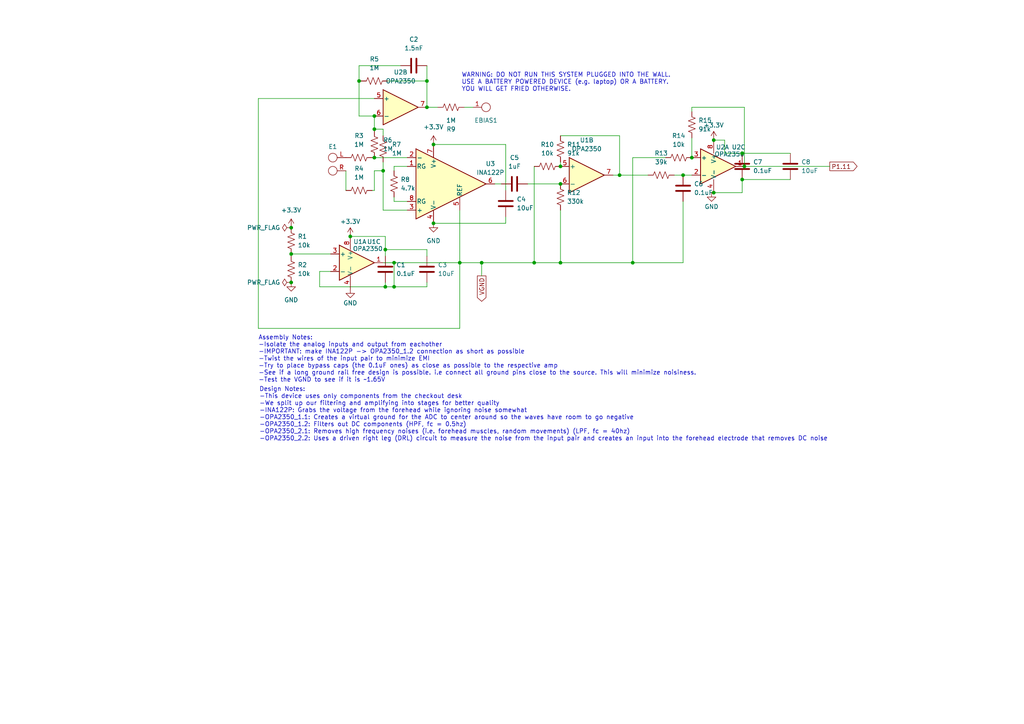
<source format=kicad_sch>
(kicad_sch (version 20250114) (generator "eeschema") (generator_version "9.0")
  (paper "A4")
  (lib_symbols
    (symbol "Device:R_US" (pin_numbers (hide yes)) (pin_names (offset 0))
      (property "Reference" "R" (at 2.54 0 90))
      (property "Value" "R_US" (at -2.54 0 90))
      (symbol "R_US_0_1"
        (polyline (pts (xy 0 2.286) (xy 0 2.54)))
        (polyline (pts (xy 0 2.286) (xy 1.016 1.905) (xy 0 1.524) (xy -1.016 1.143) (xy 0 0.762)))
        (polyline (pts (xy 0 0.762) (xy 1.016 0.381) (xy 0 0) (xy -1.016 -0.381) (xy 0 -0.762)))
        (polyline (pts (xy 0 -0.762) (xy 1.016 -1.143) (xy 0 -1.524) (xy -1.016 -1.905) (xy 0 -2.286)))
        (polyline (pts (xy 0 -2.286) (xy 0 -2.54)))
      )
      (symbol "R_US_1_1"
        (pin passive line (at 0 3.81 270) (length 1.27) (name "~") (number "1"))
        (pin passive line (at 0 -3.81 90) (length 1.27) (name "~") (number "2"))
      )
    )
    (symbol "ECE445L:C" (pin_numbers (hide yes)) (pin_names (offset 0.254))
      (property "Reference" "C" (at 0.635 2.54 0))
      (property "Value" "C" (at 0.635 -2.54 0))
      (symbol "C_0_1"
        (polyline (pts (xy -2.032 0.762) (xy 2.032 0.762)) (stroke (width 0.508)))
        (polyline (pts (xy -2.032 -0.762) (xy 2.032 -0.762)) (stroke (width 0.508)))
      )
      (symbol "C_1_1"
        (pin passive line (at 0 3.81 270) (length 2.794) (name "~") (number "1"))
        (pin passive line (at 0 -3.81 90) (length 2.794) (name "~") (number "2"))
      )
    )
    (symbol "ECE445L:OPA2350" (pin_names (offset 0.127))
      (property "Reference" "U" (at 0 5.08 0))
      (property "Value" "OPA2350" (at -1.27 -5.08 0))
      (symbol "OPA2350_1_1"
        (polyline (pts (xy -5.08 5.08) (xy 5.08 0) (xy -5.08 -5.08) (xy -5.08 5.08)) (stroke (width 0.254)) (fill (type background)))
        (pin input line (at -7.62 2.54 0) (length 2.54) (name "+") (number "3"))
        (pin input line (at -7.62 -2.54 0) (length 2.54) (name "-") (number "2"))
        (pin output line (at 7.62 0 180) (length 2.54) (name "~") (number "1"))
      )
      (symbol "OPA2350_2_1"
        (polyline (pts (xy -5.08 5.08) (xy 5.08 0) (xy -5.08 -5.08) (xy -5.08 5.08)) (stroke (width 0.254)) (fill (type background)))
        (pin input line (at -7.62 2.54 0) (length 2.54) (name "+") (number "5"))
        (pin input line (at -7.62 -2.54 0) (length 2.54) (name "-") (number "6"))
        (pin output line (at 7.62 0 180) (length 2.54) (name "~") (number "7"))
      )
      (symbol "OPA2350_3_1"
        (pin power_in line (at -2.54 7.62 270) (length 3.81) (name "V+") (number "8"))
        (pin power_in line (at -2.54 -7.62 90) (length 3.81) (name "V-") (number "4"))
      )
    )
    (symbol "PCM_Amplifier_Instrumentation_AKL:INA122P" (pin_names (offset 0.2))
      (property "Reference" "U" (at 6.35 7.62 0))
      (property "Value" "INA122P" (at 6.35 5.08 0))
      (symbol "INA122P_0_1"
        (polyline (pts (xy -8.89 10.16) (xy -8.89 -10.16) (xy 11.43 0) (xy -8.89 10.16)) (stroke (width 0.254)) (fill (type background)))
      )
      (symbol "INA122P_1_1"
        (pin input line (at -11.43 7.62 0) (length 2.54) (name "-") (number "2"))
        (pin passive line (at -11.43 5.08 0) (length 2.54) (name "RG") (number "1"))
        (pin passive line (at -11.43 -5.08 0) (length 2.54) (name "RG") (number "8"))
        (pin input line (at -11.43 -7.62 0) (length 2.54) (name "+") (number "3"))
        (pin power_in line (at -3.81 11.43 270) (length 3.81) (name "V+") (number "7"))
        (pin power_in line (at -3.81 -11.43 90) (length 3.81) (name "V-") (number "4"))
        (pin input line (at 3.81 -7.62 90) (length 3.81) (name "REF") (number "5"))
        (pin output line (at 13.97 0 180) (length 2.54) (name "~") (number "6"))
      )
    )
    (symbol "power:+3.3V" (power) (pin_numbers (hide yes)) (pin_names (offset 0) (hide yes))
      (property "Value" "+3.3V" (at 0 3.556 0))
      (symbol "+3.3V_0_1"
        (polyline (pts (xy -0.762 1.27) (xy 0 2.54)))
        (polyline (pts (xy 0 2.54) (xy 0.762 1.27)))
        (polyline (pts (xy 0 0) (xy 0 2.54)))
      )
      (symbol "+3.3V_1_1"
        (pin power_in line (at 0 0 90) (length 0) (name "~") (number "1"))
      )
    )
    (symbol "power:GND" (power) (pin_numbers (hide yes)) (pin_names (offset 0) (hide yes))
      (property "Value" "GND" (at 0 -3.81 0))
      (symbol "GND_0_1"
        (polyline (pts (xy 0 0) (xy 0 -1.27) (xy 1.27 -1.27) (xy 0 -2.54) (xy -1.27 -1.27) (xy 0 -1.27)))
      )
      (symbol "GND_1_1"
        (pin power_in line (at 0 0 270) (length 0) (name "~") (number "1"))
      )
    )
    (symbol "power:PWR_FLAG" (power) (pin_numbers (hide yes)) (pin_names (offset 0) (hide yes))
      (property "Value" "PWR_FLAG" (at 0 3.81 0))
      (symbol "PWR_FLAG_0_0"
        (pin power_out line (at 0 0 90) (length 0) (name "~") (number "1"))
      )
      (symbol "PWR_FLAG_0_1"
        (polyline (pts (xy 0 0) (xy 0 1.27) (xy -1.016 1.905) (xy 0 2.54) (xy 1.016 1.905) (xy 0 1.27)))
      )
    )
    (symbol "wearable:EEG_Electrode"
      (property "Reference" "E" (at 0 -2.54 0))
      (symbol "EEG_Electrode_0_1"
        (circle (center 0 0) (radius 1.27))
      )
      (symbol "EEG_Electrode_1_1"
        (pin output line (at 3.81 0 180) (length 2.54) (name "") (number "1"))
      )
    )
    (symbol "wearable:EEG_Electrode_Pair"
      (property "Reference" "E1" (at 0 6.985 0))
      (symbol "EEG_Electrode_Pair_0_1"
        (circle (center 0 3.81) (radius 1.27))
        (circle (center 0 0) (radius 1.27))
      )
      (symbol "EEG_Electrode_Pair_1_1"
        (pin output line (at 3.81 3.81 180) (length 2.54) (name "") (number "L"))
        (pin output line (at 3.81 0 180) (length 2.54) (name "") (number "R"))
      )
    )
  )
  (text "WARNING: DO NOT RUN THIS SYSTEM PLUGGED INTO THE WALL. \nUSE A BATTERY POWERED DEVICE (e.g. laptop) OR A BATTERY. \nYOU WILL GET FRIED OTHERWISE." (at 133.858 23.876 0) (effects (font (size 1.27 1.27)) (justify left)))
  (text "Assembly Notes:\n-Isolate the analog inputs and output from eachother\n-IMPORTANT: make INA122P -> OPA2350_1.2 connection as short as possible\n-Twist the wires of the input pair to minimize EMI\n-Try to place bypass caps (the 0.1uF ones) as close as possible to the respective amp\n-See if a long ground rail free design is possible. i.e connect all ground pins close to the source. This will minimize noisiness.\n-Test the VGND to see if it is ~1.65V" (at 74.93 104.14 0) (effects (font (size 1.27 1.27)) (justify left)))
  (text "Design Notes:\n-This device uses only components from the checkout desk\n-We split up our filtering and amplifying into stages for better quality\n-INA122P: Grabs the voltage from the forehead while ignoring noise somewhat\n-OPA2350_1.1: Creates a virtual ground for the ADC to center around so the waves have room to go negative\n-OPA2350_1.2: Filters out DC components (HPF, fc = 0.5hz)\n-OPA2350_2.1: Removes high frequency noises (i.e. forehead muscles, random movements) (LPF, fc = 40hz)\n-OPA2350_2.2: Uses a driven right leg (DRL) circuit to measure the noise from the input pair and creates an input into the forehead electrode that removes DC noise" (at 75.184 120.142 0) (effects (font (size 1.27 1.27)) (justify left)))
  (junction (at 101.6 68.58))
  (junction (at 123.825 23.495))
  (junction (at 139.7 76.2))
  (junction (at 125.73 41.91))
  (junction (at 179.705 50.8))
  (junction (at 111.76 72.39))
  (junction (at 104.14 23.495))
  (junction (at 207.01 55.88))
  (junction (at 162.56 48.26))
  (junction (at 84.455 73.66))
  (junction (at 111.76 83.185))
  (junction (at 183.515 76.2))
  (junction (at 114.3 76.2))
  (junction (at 108.585 33.655))
  (junction (at 215.265 44.45))
  (junction (at 114.3 83.185))
  (junction (at 198.12 50.8))
  (junction (at 123.825 31.115))
  (junction (at 162.56 53.34))
  (junction (at 154.94 76.2))
  (junction (at 207.01 40.64))
  (junction (at 111.125 49.53))
  (junction (at 125.73 64.77))
  (junction (at 215.9 48.26))
  (junction (at 200.66 45.72))
  (junction (at 215.265 52.07))
  (junction (at 162.56 76.2))
  (junction (at 108.585 37.465))
  (junction (at 108.585 45.72))
  (junction (at 133.35 76.2))
  (junction (at 84.455 66.04))
  (junction (at 84.455 81.915))
  (wire (pts (xy 104.14 33.655) (xy 108.585 33.655)))
  (wire (pts (xy 111.76 81.915) (xy 111.76 83.185)))
  (wire (pts (xy 111.125 37.465) (xy 108.585 37.465)))
  (wire (pts (xy 123.825 31.115) (xy 127 31.115)))
  (wire (pts (xy 104.14 23.495) (xy 104.14 33.655)))
  (wire (pts (xy 198.12 58.42) (xy 198.12 76.2)))
  (wire (pts (xy 100.33 55.245) (xy 100.33 49.53)))
  (wire (pts (xy 92.71 83.185) (xy 111.76 83.185)))
  (wire (pts (xy 104.14 19.05) (xy 104.14 23.495)))
  (wire (pts (xy 146.685 41.91) (xy 146.685 55.245)))
  (wire (pts (xy 114.3 57.15) (xy 114.3 58.42)))
  (wire (pts (xy 123.825 74.295) (xy 123.825 72.39)))
  (wire (pts (xy 198.12 50.8) (xy 195.58 50.8)))
  (wire (pts (xy 114.3 83.185) (xy 114.3 76.2)))
  (wire (pts (xy 146.685 64.77) (xy 125.73 64.77)))
  (wire (pts (xy 215.265 55.88) (xy 215.265 52.07)))
  (wire (pts (xy 210.185 40.64) (xy 210.185 44.45)))
  (wire (pts (xy 215.265 44.45) (xy 229.235 44.45)))
  (wire (pts (xy 139.7 76.2) (xy 154.94 76.2)))
  (wire (pts (xy 92.71 78.74) (xy 92.71 83.185)))
  (wire (pts (xy 95.885 78.74) (xy 92.71 78.74)))
  (wire (pts (xy 200.66 31.115) (xy 215.9 31.115)))
  (wire (pts (xy 114.3 76.2) (xy 133.35 76.2)))
  (wire (pts (xy 108.585 33.655) (xy 108.585 37.465)))
  (wire (pts (xy 111.125 46.99) (xy 111.125 49.53)))
  (wire (pts (xy 111.125 49.53) (xy 111.125 60.96)))
  (wire (pts (xy 207.01 40.64) (xy 210.185 40.64)))
  (wire (pts (xy 162.56 46.99) (xy 162.56 48.26)))
  (wire (pts (xy 215.265 52.07) (xy 229.235 52.07)))
  (wire (pts (xy 101.6 68.58) (xy 111.76 68.58)))
  (wire (pts (xy 116.205 19.05) (xy 104.14 19.05)))
  (wire (pts (xy 139.7 80.01) (xy 139.7 76.2)))
  (wire (pts (xy 133.35 95.25) (xy 133.35 76.2)))
  (wire (pts (xy 108.585 28.575) (xy 74.93 28.575)))
  (wire (pts (xy 123.825 83.185) (xy 123.825 81.915)))
  (wire (pts (xy 200.66 50.8) (xy 198.12 50.8)))
  (wire (pts (xy 146.685 62.865) (xy 146.685 64.77)))
  (wire (pts (xy 114.3 58.42) (xy 118.11 58.42)))
  (wire (pts (xy 215.9 48.26) (xy 240.665 48.26)))
  (wire (pts (xy 111.125 76.2) (xy 114.3 76.2)))
  (wire (pts (xy 179.705 39.37) (xy 179.705 50.8)))
  (wire (pts (xy 183.515 45.72) (xy 183.515 76.2)))
  (wire (pts (xy 108.585 45.72) (xy 118.11 45.72)))
  (wire (pts (xy 107.95 45.72) (xy 108.585 45.72)))
  (wire (pts (xy 133.35 76.2) (xy 133.35 60.96)))
  (wire (pts (xy 108.585 55.245) (xy 108.585 49.53)))
  (wire (pts (xy 107.95 55.245) (xy 108.585 55.245)))
  (wire (pts (xy 215.9 31.115) (xy 215.9 48.26)))
  (wire (pts (xy 200.66 40.005) (xy 200.66 45.72)))
  (wire (pts (xy 123.825 19.05) (xy 123.825 23.495)))
  (wire (pts (xy 111.76 72.39) (xy 111.76 74.295)))
  (wire (pts (xy 84.455 73.66) (xy 84.455 74.295)))
  (wire (pts (xy 207.01 55.88) (xy 215.265 55.88)))
  (wire (pts (xy 210.185 44.45) (xy 215.265 44.45)))
  (wire (pts (xy 104.775 23.495) (xy 104.14 23.495)))
  (wire (pts (xy 114.3 48.26) (xy 118.11 48.26)))
  (wire (pts (xy 162.56 39.37) (xy 179.705 39.37)))
  (wire (pts (xy 84.455 73.66) (xy 95.885 73.66)))
  (wire (pts (xy 206.375 55.88) (xy 207.01 55.88)))
  (wire (pts (xy 123.825 23.495) (xy 123.825 31.115)))
  (wire (pts (xy 114.3 83.185) (xy 123.825 83.185)))
  (wire (pts (xy 162.56 76.2) (xy 162.56 60.96)))
  (wire (pts (xy 111.76 68.58) (xy 111.76 72.39)))
  (wire (pts (xy 108.585 37.465) (xy 108.585 38.1)))
  (wire (pts (xy 74.93 28.575) (xy 74.93 95.25)))
  (wire (pts (xy 111.76 83.185) (xy 114.3 83.185)))
  (wire (pts (xy 114.3 49.53) (xy 114.3 48.26)))
  (wire (pts (xy 183.515 76.2) (xy 162.56 76.2)))
  (wire (pts (xy 154.94 48.26) (xy 154.94 76.2)))
  (wire (pts (xy 146.685 41.91) (xy 125.73 41.91)))
  (wire (pts (xy 153.035 53.34) (xy 162.56 53.34)))
  (wire (pts (xy 193.04 45.72) (xy 183.515 45.72)))
  (wire (pts (xy 108.585 49.53) (xy 111.125 49.53)))
  (wire (pts (xy 179.705 50.8) (xy 177.8 50.8)))
  (wire (pts (xy 200.66 31.115) (xy 200.66 32.385)))
  (wire (pts (xy 133.35 76.2) (xy 139.7 76.2)))
  (wire (pts (xy 111.125 39.37) (xy 111.125 37.465)))
  (wire (pts (xy 74.93 95.25) (xy 133.35 95.25)))
  (wire (pts (xy 198.12 76.2) (xy 183.515 76.2)))
  (wire (pts (xy 111.76 72.39) (xy 123.825 72.39)))
  (wire (pts (xy 134.62 31.115) (xy 137.16 31.115)))
  (wire (pts (xy 187.96 50.8) (xy 179.705 50.8)))
  (wire (pts (xy 111.125 60.96) (xy 118.11 60.96)))
  (wire (pts (xy 143.51 53.34) (xy 145.415 53.34)))
  (wire (pts (xy 112.395 23.495) (xy 123.825 23.495)))
  (wire (pts (xy 154.94 76.2) (xy 162.56 76.2)))
  (global_label "P1.11" (shape output) (at 240.665 48.26 0) (property "Intersheetrefs" "${INTERSHEET_REFS}" (effects (hide yes))))
  (global_label "VGND" (shape output) (at 139.7 80.01 270) (property "Intersheetrefs" "${INTERSHEET_REFS}" (effects (hide yes))))
  (symbol (lib_id "power:GND") (at 84.455 81.915 0) (unit 1)
    (property "Reference" "#PWR02" (effects (hide yes)))
    (property "Value" "GND" (at 84.455 86.995 0))
    (property "Description" "Power symbol creates a global label with name \"GND\" , ground" (effects (hide yes)))
  )
  (symbol (lib_id "ECE445L:C") (at 215.265 48.26 0) (unit 1)
    (property "Reference" "C7" (at 218.44 46.9899 0) (effects (justify left)))
    (property "Value" "0.1uF" (at 218.44 49.5299 0) (effects (justify left)))
    (property "Footprint" "ECE445L:C_Axial_200mil" (effects (hide yes)))
    (property "Description" "Unpolarized capacitor" (effects (hide yes)))
  )
  (symbol (lib_id "Device:R_US") (at 108.585 41.91 180) (unit 1)
    (property "Reference" "R6" (at 111.125 40.6399 0) (effects (justify right)))
    (property "Value" "1M" (at 111.125 43.1799 0) (effects (justify right)))
    (property "Description" "Resistor, US symbol" (effects (hide yes)))
  )
  (symbol (lib_id "Device:R_US") (at 84.455 69.85 0) (unit 1)
    (property "Reference" "R1" (at 86.36 68.5799 0) (effects (justify left)))
    (property "Value" "10k" (at 86.36 71.1199 0) (effects (justify left)))
    (property "Description" "Resistor, US symbol" (effects (hide yes)))
  )
  (symbol (lib_id "ECE445L:C") (at 111.76 78.105 0) (unit 1)
    (property "Reference" "C1" (at 114.935 76.8349 0) (effects (justify left)))
    (property "Value" "0.1uF" (at 114.935 79.3749 0) (effects (justify left)))
    (property "Footprint" "ECE445L:C_Axial_200mil" (effects (hide yes)))
    (property "Description" "Unpolarized capacitor" (effects (hide yes)))
  )
  (symbol (lib_id "power:+3.3V") (at 125.73 41.91 0) (unit 1)
    (property "Reference" "#PWR05" (effects (hide yes)))
    (property "Value" "+3.3V" (at 125.73 36.83 0))
    (property "Description" "Power symbol creates a global label with name \"+3.3V\"" (effects (hide yes)))
  )
  (symbol (lib_id "Device:R_US") (at 191.77 50.8 90) (unit 1)
    (property "Reference" "R13" (at 191.77 44.45 90))
    (property "Value" "39k" (at 191.77 46.99 90))
    (property "Description" "Resistor, US symbol" (effects (hide yes)))
  )
  (symbol (lib_id "power:+3.3V") (at 84.455 66.04 0) (unit 1)
    (property "Reference" "#PWR01" (effects (hide yes)))
    (property "Value" "+3.3V" (at 84.455 60.96 0))
    (property "Description" "Power symbol creates a global label with name \"+3.3V\"" (effects (hide yes)))
  )
  (symbol (lib_id "ECE445L:C") (at 229.235 48.26 0) (unit 1)
    (property "Reference" "C8" (at 232.41 46.9899 0) (effects (justify left)))
    (property "Value" "10uF" (at 232.41 49.5299 0) (effects (justify left)))
    (property "Footprint" "ECE445L:C_Axial_200mil" (effects (hide yes)))
    (property "Description" "Unpolarized capacitor" (effects (hide yes)))
  )
  (symbol (lib_id "power:PWR_FLAG") (at 84.455 81.915 90) (unit 1)
    (property "Reference" "#FLG02" (effects (hide yes)))
    (property "Value" "PWR_FLAG" (at 81.28 81.9149 90) (effects (justify left)))
    (property "Description" "Special symbol for telling ERC where power comes from" (effects (hide yes)))
  )
  (symbol (lib_id "Device:R_US") (at 130.81 31.115 270) (unit 1)
    (property "Reference" "R9" (at 130.81 37.465 90))
    (property "Value" "1M" (at 130.81 34.925 90))
    (property "Description" "Resistor, US symbol" (effects (hide yes)))
  )
  (symbol (lib_id "power:GND") (at 101.6 83.82 0) (unit 1)
    (property "Reference" "#PWR04" (effects (hide yes)))
    (property "Value" "GND" (at 101.6 87.884 0))
    (property "Description" "Power symbol creates a global label with name \"GND\" , ground" (effects (hide yes)))
  )
  (symbol (lib_id "Device:R_US") (at 104.14 55.245 90) (unit 1)
    (property "Reference" "R4" (at 104.14 48.895 90))
    (property "Value" "1M" (at 104.14 51.435 90))
    (property "Description" "Resistor, US symbol" (effects (hide yes)))
  )
  (symbol (lib_id "ECE445L:C") (at 123.825 78.105 0) (unit 1)
    (property "Reference" "C3" (at 127 76.8349 0) (effects (justify left)))
    (property "Value" "10uF" (at 127 79.3749 0) (effects (justify left)))
    (property "Footprint" "ECE445L:C_Axial_200mil" (effects (hide yes)))
    (property "Description" "Unpolarized capacitor" (effects (hide yes)))
  )
  (symbol (lib_id "Device:R_US") (at 162.56 57.15 0) (unit 1)
    (property "Reference" "R12" (at 164.465 55.8799 0) (effects (justify left)))
    (property "Value" "330k" (at 164.465 58.4199 0) (effects (justify left)))
    (property "Description" "Resistor, US symbol" (effects (hide yes)))
  )
  (symbol (lib_id "Device:R_US") (at 200.66 36.195 0) (unit 1)
    (property "Reference" "R15" (at 202.565 34.9249 0) (effects (justify left)))
    (property "Value" "91k" (at 202.565 37.4649 0) (effects (justify left)))
    (property "Description" "Resistor, US symbol" (effects (hide yes)))
  )
  (symbol (lib_id "Device:R_US") (at 104.14 45.72 90) (unit 1)
    (property "Reference" "R3" (at 104.14 39.37 90))
    (property "Value" "1M" (at 104.14 41.91 90))
    (property "Description" "Resistor, US symbol" (effects (hide yes)))
  )
  (symbol (lib_id "power:+3.3V") (at 101.6 68.58 0) (unit 1)
    (property "Reference" "#PWR03" (effects (hide yes)))
    (property "Value" "+3.3V" (at 101.6 64.262 0))
    (property "Description" "Power symbol creates a global label with name \"+3.3V\"" (effects (hide yes)))
  )
  (symbol (lib_id "Device:R_US") (at 114.3 53.34 0) (unit 1)
    (property "Reference" "R8" (at 116.205 52.0699 0) (effects (justify left)))
    (property "Value" "4.7k" (at 116.205 54.6099 0) (effects (justify left)))
    (property "Description" "Resistor, US symbol" (effects (hide yes)))
  )
  (symbol (lib_id "power:PWR_FLAG") (at 84.455 66.04 90) (unit 1)
    (property "Reference" "#FLG01" (effects (hide yes)))
    (property "Value" "PWR_FLAG" (at 81.28 66.0399 90) (effects (justify left)))
    (property "Description" "Special symbol for telling ERC where power comes from" (effects (hide yes)))
  )
  (symbol (lib_id "ECE445L:OPA2350") (at 103.505 76.2 0) (unit 1)
    (property "Reference" "U1" (at 104.394 70.104 0))
    (property "Value" "OPA2350" (at 106.68 72.136 0))
    (property "Footprint" "ECE445L:DIP-8_W7.62mm_LongPads" (effects (hide yes)))
    (property "Datasheet" "http://www.ti.com/lit/ds/symlink/opa2350.pdf" (effects (hide yes)))
    (property "Description" "Precision, 38-MHz, Low-Noise, Low-Power, RRIO, CMOS Operational Amplifier, DIP-8" (effects (hide yes)))
  )
  (symbol (lib_id "Device:R_US") (at 162.56 43.18 0) (unit 1)
    (property "Reference" "R11" (at 164.465 41.9099 0) (effects (justify left)))
    (property "Value" "91k" (at 164.465 44.4499 0) (effects (justify left)))
    (property "Description" "Resistor, US symbol" (effects (hide yes)))
  )
  (symbol (lib_id "Device:R_US") (at 158.75 48.26 90) (unit 1)
    (property "Reference" "R10" (at 158.75 41.91 90))
    (property "Value" "10k" (at 158.75 44.45 90))
    (property "Description" "Resistor, US symbol" (effects (hide yes)))
  )
  (symbol (lib_id "ECE445L:C") (at 146.685 59.055 0) (unit 1)
    (property "Reference" "C4" (at 149.86 57.7849 0) (effects (justify left)))
    (property "Value" "10uF" (at 149.86 60.3249 0) (effects (justify left)))
    (property "Footprint" "ECE445L:C_Axial_200mil" (effects (hide yes)))
    (property "Description" "Unpolarized capacitor" (effects (hide yes)))
  )
  (symbol (lib_id "ECE445L:C") (at 198.12 54.61 0) (unit 1)
    (property "Reference" "C6" (at 201.295 53.3399 0) (effects (justify left)))
    (property "Value" "0.1uF" (at 201.295 55.8799 0) (effects (justify left)))
    (property "Footprint" "ECE445L:C_Axial_200mil" (effects (hide yes)))
    (property "Description" "Unpolarized capacitor" (effects (hide yes)))
  )
  (symbol (lib_id "power:GND") (at 206.375 55.88 0) (unit 1)
    (property "Reference" "#PWR07" (effects (hide yes)))
    (property "Value" "GND" (at 206.375 59.944 0))
    (property "Description" "Power symbol creates a global label with name \"GND\" , ground" (effects (hide yes)))
  )
  (symbol (lib_id "wearable:EEG_Electrode") (at 140.97 31.115 180) (unit 1)
    (property "Reference" "EBIAS1" (at 140.97 34.925 0))
    (property "Footprint" "Connector_PinHeader_1.00mm:PinHeader_1x01_P1.00mm_Vertical" (effects (hide yes)))
    (property "Datasheet" "https://shop.openbci.com/products/emg-ecg-snap-electrode-cables" (effects (hide yes)))
    (property "Description" "An Ag - AgCl electrode connected to a Female Dupont jumper cable." (effects (hide yes)))
  )
  (symbol (lib_id "Device:R_US") (at 84.455 78.105 0) (unit 1)
    (property "Reference" "R2" (at 86.36 76.8349 0) (effects (justify left)))
    (property "Value" "10k" (at 86.36 79.3749 0) (effects (justify left)))
    (property "Description" "Resistor, US symbol" (effects (hide yes)))
  )
  (symbol (lib_id "Device:R_US") (at 196.85 45.72 90) (unit 1)
    (property "Reference" "R14" (at 196.85 39.37 90))
    (property "Value" "10k" (at 196.85 41.91 90))
    (property "Description" "Resistor, US symbol" (effects (hide yes)))
  )
  (symbol (lib_id "ECE445L:OPA2350") (at 104.14 76.2 0) (unit 3)
    (property "Reference" "U1" (at 106.426 70.104 0) (effects (justify left)))
    (property "Value" "OPA2350" (effects (hide yes)))
    (property "Footprint" "ECE445L:DIP-8_W7.62mm_LongPads" (effects (hide yes)))
    (property "Datasheet" "http://www.ti.com/lit/ds/symlink/opa2350.pdf" (effects (hide yes)))
    (property "Description" "Precision, 38-MHz, Low-Noise, Low-Power, RRIO, CMOS Operational Amplifier, DIP-8" (effects (hide yes)))
  )
  (symbol (lib_id "Device:R_US") (at 111.125 43.18 180) (unit 1)
    (property "Reference" "R7" (at 113.665 41.9099 0) (effects (justify right)))
    (property "Value" "1M" (at 113.665 44.4499 0) (effects (justify right)))
    (property "Description" "Resistor, US symbol" (effects (hide yes)))
  )
  (symbol (lib_id "ECE445L:OPA2350") (at 209.55 48.26 0) (unit 3)
    (property "Reference" "U2" (at 212.217 42.672 0) (effects (justify left)))
    (property "Value" "OPA2350" (effects (hide yes)))
    (property "Footprint" "ECE445L:DIP-8_W7.62mm_LongPads" (effects (hide yes)))
    (property "Datasheet" "http://www.ti.com/lit/ds/symlink/opa2350.pdf" (effects (hide yes)))
    (property "Description" "Precision, 38-MHz, Low-Noise, Low-Power, RRIO, CMOS Operational Amplifier, DIP-8" (effects (hide yes)))
  )
  (symbol (lib_id "PCM_Amplifier_Instrumentation_AKL:INA122P") (at 129.54 53.34 0) (unit 1)
    (property "Reference" "U3" (at 142.24 47.498 0))
    (property "Value" "INA122P" (at 142.24 50.038 0))
    (property "Footprint" "PCM_Package_DIP_AKL:DIP-8_W7.62mm_LongPads" (effects (hide yes)))
    (property "Datasheet" "https://www.ti.com/lit/ds/symlink/ina122.pdf" (effects (hide yes)))
    (property "Description" "DIP-8 Micropower Instrumentation Amplifier, 250μV Offset, 3μV/°C drift, 5 to 10000 gain, Alternate KiCAD Library" (effects (hide yes)))
  )
  (symbol (lib_id "wearable:EEG_Electrode_Pair") (at 96.52 49.53 0) (unit 1)
    (property "Reference" "E1" (at 96.52 42.545 0))
    (property "Footprint" "Connector_JST:JST_PH_S2B-PH-K_1x02_P2.00mm_Horizontal" (effects (hide yes)))
    (property "Datasheet" "https://shop.openbci.com/products/emg-ecg-snap-electrode-cables" (effects (hide yes)))
    (property "Description" "A pair of Ag - AgCl electrodes." (effects (hide yes)))
  )
  (symbol (lib_id "power:+3.3V") (at 207.01 40.64 0) (unit 1)
    (property "Reference" "#PWR08" (effects (hide yes)))
    (property "Value" "+3.3V" (at 207.01 36.322 0))
    (property "Description" "Power symbol creates a global label with name \"+3.3V\"" (effects (hide yes)))
  )
  (symbol (lib_id "ECE445L:C") (at 149.225 53.34 90) (unit 1)
    (property "Reference" "C5" (at 149.225 45.72 90))
    (property "Value" "1uF" (at 149.225 48.26 90))
    (property "Footprint" "ECE445L:C_Axial_200mil" (effects (hide yes)))
    (property "Description" "Unpolarized capacitor" (effects (hide yes)))
  )
  (symbol (lib_id "ECE445L:C") (at 120.015 19.05 90) (unit 1)
    (property "Reference" "C2" (at 120.015 11.43 90))
    (property "Value" "1.5nF" (at 120.015 13.97 90))
    (property "Footprint" "ECE445L:C_Axial_200mil" (effects (hide yes)))
    (property "Description" "Unpolarized capacitor" (effects (hide yes)))
  )
  (symbol (lib_id "ECE445L:OPA2350") (at 116.205 31.115 0) (unit 2)
    (property "Reference" "U2" (at 116.205 20.955 0))
    (property "Value" "OPA2350" (at 116.205 23.495 0))
    (property "Footprint" "ECE445L:DIP-8_W7.62mm_LongPads" (effects (hide yes)))
    (property "Datasheet" "http://www.ti.com/lit/ds/symlink/opa2350.pdf" (effects (hide yes)))
    (property "Description" "Precision, 38-MHz, Low-Noise, Low-Power, RRIO, CMOS Operational Amplifier, DIP-8" (effects (hide yes)))
  )
  (symbol (lib_id "ECE445L:OPA2350") (at 170.18 50.8 0) (unit 2)
    (property "Reference" "U1" (at 170.18 40.64 0))
    (property "Value" "OPA2350" (at 170.18 43.18 0))
    (property "Footprint" "ECE445L:DIP-8_W7.62mm_LongPads" (effects (hide yes)))
    (property "Datasheet" "http://www.ti.com/lit/ds/symlink/opa2350.pdf" (effects (hide yes)))
    (property "Description" "Precision, 38-MHz, Low-Noise, Low-Power, RRIO, CMOS Operational Amplifier, DIP-8" (effects (hide yes)))
  )
  (symbol (lib_id "Device:R_US") (at 108.585 23.495 90) (unit 1)
    (property "Reference" "R5" (at 108.585 17.145 90))
    (property "Value" "1M" (at 108.585 19.685 90))
    (property "Description" "Resistor, US symbol" (effects (hide yes)))
  )
  (symbol (lib_id "ECE445L:OPA2350") (at 208.28 48.26 0) (unit 1)
    (property "Reference" "U2" (at 209.55 42.672 0))
    (property "Value" "OPA2350" (at 211.582 44.704 0))
    (property "Footprint" "ECE445L:DIP-8_W7.62mm_LongPads" (effects (hide yes)))
    (property "Datasheet" "http://www.ti.com/lit/ds/symlink/opa2350.pdf" (effects (hide yes)))
    (property "Description" "Precision, 38-MHz, Low-Noise, Low-Power, RRIO, CMOS Operational Amplifier, DIP-8" (effects (hide yes)))
  )
  (symbol (lib_id "power:GND") (at 125.73 64.77 0) (unit 1)
    (property "Reference" "#PWR06" (effects (hide yes)))
    (property "Value" "GND" (at 125.73 69.85 0))
    (property "Description" "Power symbol creates a global label with name \"GND\" , ground" (effects (hide yes)))
  )
)
</source>
